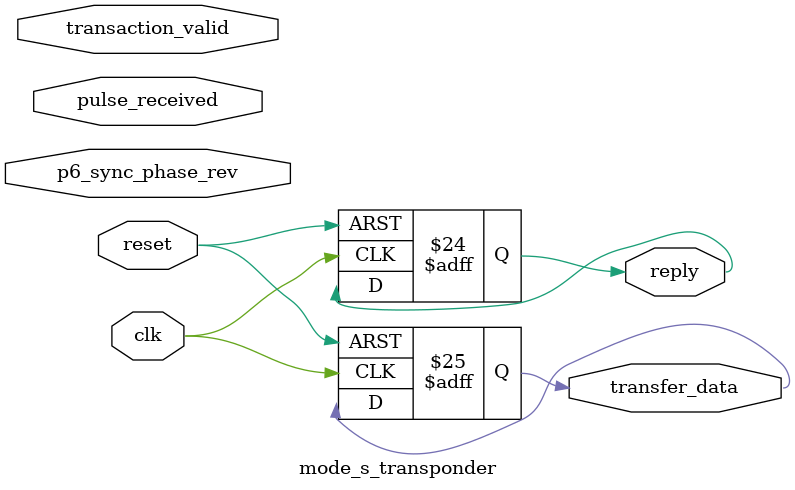
<source format=v>
module mode_s_transponder (
    input clk,
    input reset,
    input pulse_received,
    input transaction_valid,
    input p6_sync_phase_rev,
    // ... 其他輸入
    output reg reply,
    output reg transfer_data
);

    // 定義狀態
    parameter START = 0;
    parameter PULSE_RECEIVED_CHECK = 1;
    parameter TRANSACTION_VALID_CHECK = 2;
    parameter P6_SYNC_CHECK = 3;
    // ... 其他狀態

    reg [31:0] current_state;

    initial begin
        current_state = START;
        reply = 0;
        transfer_data = 0;
    end

    always @(posedge clk or posedge reset) begin
        if (reset) begin
            current_state = START;
            reply = 0;
            transfer_data = 0;
        end else begin
            case (current_state)
                START: begin
                    current_state = PULSE_RECEIVED_CHECK;
                end
                PULSE_RECEIVED_CHECK: begin
                    if (pulse_received) begin
                        current_state = TRANSACTION_VALID_CHECK;
                    end else begin
                        current_state = PULSE_RECEIVED_CHECK;
                    end
                end
                // Transaction check
                TRANSACTION_VALID_CHECK: begin
                    if (transaction_valid) begin
                        current_state = P6_SYNC_CHECK;
                    end else begin
                        // ... 處理交易無效
                    end
                end

                //P6_SYNC_CHECK
                P6_SYNC_CHECK: begin
                    if (p6_sync_phase_rev) begin
                        // ... 處理 P6 和 SYNC 相位反轉
                    end else begin
                        // ... 處理 P6 和 SYNC 相位不反轉
                    end
                end
                // ... 其他狀態
                default: current_state = START;
            endcase
        end
    end

endmodule

</source>
